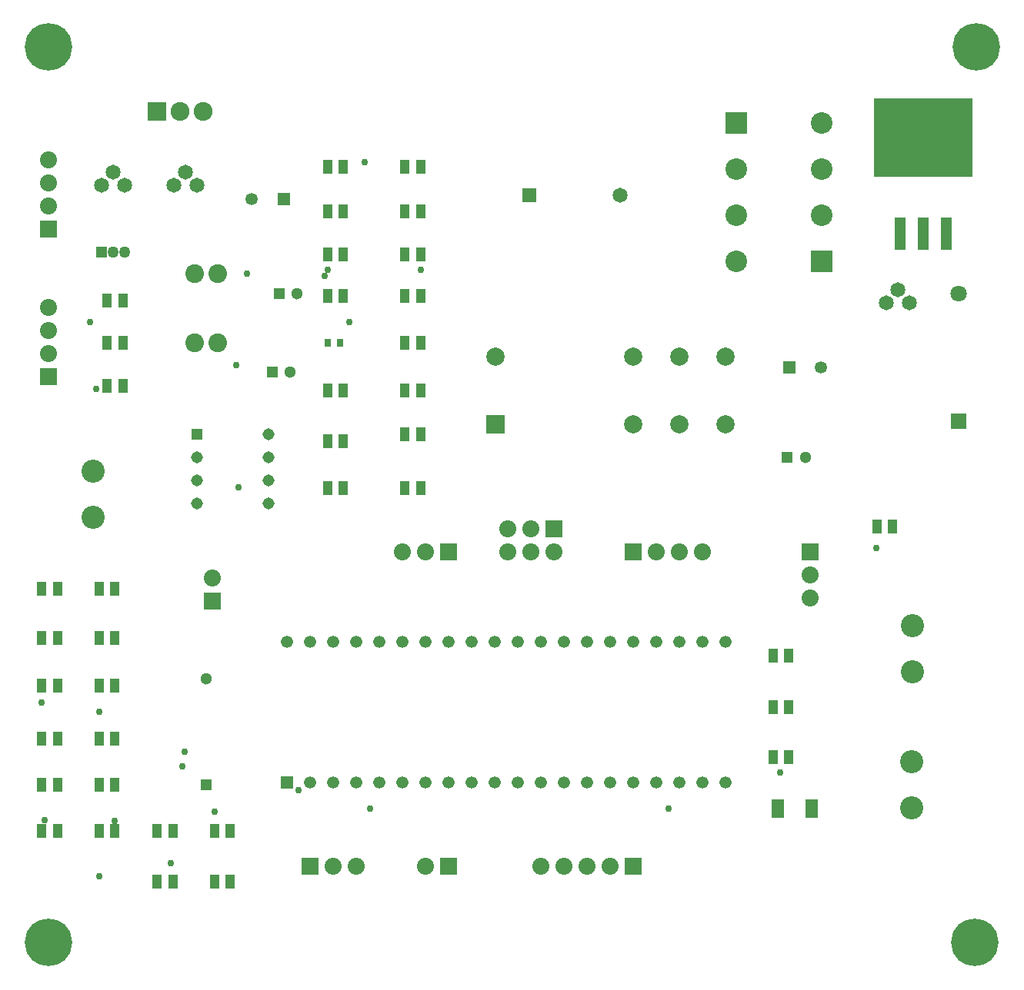
<source format=gbr>
G04*
G04 #@! TF.GenerationSoftware,Altium Limited,Altium Designer,22.4.2 (48)*
G04*
G04 Layer_Color=8388736*
%FSLAX25Y25*%
%MOIN*%
G70*
G04*
G04 #@! TF.SameCoordinates,C5E8B2FC-1F32-4D00-A684-16CD1971BE58*
G04*
G04*
G04 #@! TF.FilePolarity,Negative*
G04*
G01*
G75*
%ADD20R,0.04331X0.05945*%
%ADD21R,0.03150X0.03347*%
%ADD22R,0.42717X0.34449*%
%ADD23R,0.04528X0.13976*%
%ADD24R,0.05512X0.08465*%
%ADD25C,0.20591*%
%ADD26C,0.06496*%
%ADD27R,0.07874X0.07874*%
%ADD28C,0.07874*%
%ADD29R,0.06496X0.06496*%
%ADD30C,0.07382*%
%ADD31R,0.07382X0.07382*%
%ADD32C,0.05252*%
%ADD33R,0.05252X0.05252*%
%ADD34R,0.07382X0.07382*%
%ADD35R,0.05118X0.05118*%
%ADD36C,0.05118*%
%ADD37R,0.05118X0.05118*%
%ADD38R,0.05315X0.05315*%
%ADD39C,0.05315*%
%ADD40C,0.05150*%
%ADD41R,0.05150X0.05150*%
%ADD42C,0.09390*%
%ADD43R,0.09390X0.09390*%
%ADD44C,0.10039*%
%ADD45C,0.07087*%
%ADD46R,0.07087X0.07087*%
%ADD47C,0.08150*%
%ADD48R,0.08150X0.08150*%
%ADD49C,0.05000*%
%ADD50R,0.05000X0.05000*%
%ADD51C,0.08091*%
%ADD52C,0.02953*%
D20*
X160110Y140000D02*
D03*
X167000D02*
D03*
X185055Y162000D02*
D03*
X191945D02*
D03*
X234000Y394000D02*
D03*
X240890D02*
D03*
X267555Y412000D02*
D03*
X274445D02*
D03*
X240890D02*
D03*
X234000D02*
D03*
X145445Y392000D02*
D03*
X138555D02*
D03*
X267555Y310500D02*
D03*
X274445D02*
D03*
X240890D02*
D03*
X234000D02*
D03*
X274445Y334000D02*
D03*
X267555D02*
D03*
X240890Y331000D02*
D03*
X234000D02*
D03*
X274445Y353000D02*
D03*
X267555D02*
D03*
X240890D02*
D03*
X234000D02*
D03*
X274445Y373500D02*
D03*
X267555D02*
D03*
X274445Y394000D02*
D03*
X267555D02*
D03*
Y430500D02*
D03*
X274445D02*
D03*
X234000D02*
D03*
X240890D02*
D03*
X267555Y450000D02*
D03*
X274445D02*
D03*
X234000D02*
D03*
X240890D02*
D03*
X191945Y140000D02*
D03*
X185055D02*
D03*
X160110Y162000D02*
D03*
X167000D02*
D03*
X141945D02*
D03*
X135055D02*
D03*
X117000D02*
D03*
X110110D02*
D03*
X141945Y182000D02*
D03*
X135055D02*
D03*
X117000D02*
D03*
X110110D02*
D03*
X135055Y202000D02*
D03*
X141945D02*
D03*
X117000D02*
D03*
X110110D02*
D03*
X135055Y225000D02*
D03*
X141945D02*
D03*
X117000D02*
D03*
X110110D02*
D03*
X141945Y245500D02*
D03*
X135055D02*
D03*
X117000D02*
D03*
X110110D02*
D03*
X141945Y267000D02*
D03*
X135055D02*
D03*
X117000D02*
D03*
X110110D02*
D03*
X433945Y238000D02*
D03*
X427055D02*
D03*
X433945Y194000D02*
D03*
X427055D02*
D03*
X478890Y294000D02*
D03*
X472000D02*
D03*
X427055Y215500D02*
D03*
X433945D02*
D03*
X145445Y373500D02*
D03*
X138555D02*
D03*
Y355000D02*
D03*
X145445D02*
D03*
D21*
X239315Y373500D02*
D03*
X234000D02*
D03*
D22*
X492000Y462677D02*
D03*
D23*
X502000Y420945D02*
D03*
X492000D02*
D03*
X482000D02*
D03*
D24*
X443882Y171500D02*
D03*
X429118D02*
D03*
D25*
X113000Y502000D02*
D03*
X514500Y113500D02*
D03*
X113000D02*
D03*
X515000Y502000D02*
D03*
D26*
X167500Y442000D02*
D03*
X172500Y447500D02*
D03*
X177500Y442000D02*
D03*
X136000Y442063D02*
D03*
X141000Y447563D02*
D03*
X146000Y442063D02*
D03*
X476000Y391000D02*
D03*
X481000Y396500D02*
D03*
X486000Y391000D02*
D03*
X360870Y437500D02*
D03*
D27*
X306665Y338236D02*
D03*
D28*
Y367764D02*
D03*
X386587Y338236D02*
D03*
X366587D02*
D03*
X406587D02*
D03*
Y367764D02*
D03*
X386587D02*
D03*
X366587D02*
D03*
D29*
X321500Y437500D02*
D03*
D30*
X396500Y283000D02*
D03*
X386500D02*
D03*
X376500D02*
D03*
X326500Y146500D02*
D03*
X336500D02*
D03*
X346500D02*
D03*
X356500D02*
D03*
X443000Y263000D02*
D03*
Y273000D02*
D03*
X266500Y283000D02*
D03*
X276500D02*
D03*
X332000D02*
D03*
X322000Y293000D02*
D03*
Y283000D02*
D03*
X312000Y293000D02*
D03*
Y283000D02*
D03*
X246500Y146500D02*
D03*
X236500D02*
D03*
X276500D02*
D03*
X113000Y389000D02*
D03*
Y379000D02*
D03*
Y369000D02*
D03*
Y453000D02*
D03*
Y443000D02*
D03*
Y433000D02*
D03*
X184000Y271500D02*
D03*
D31*
X366500Y283000D02*
D03*
Y146500D02*
D03*
X286500Y283000D02*
D03*
X332000Y293000D02*
D03*
X226500Y146500D02*
D03*
X286500D02*
D03*
D32*
X216500Y243874D02*
D03*
X226500D02*
D03*
X236500D02*
D03*
X246500D02*
D03*
X256500D02*
D03*
X266500D02*
D03*
X276500D02*
D03*
X286500D02*
D03*
X296500D02*
D03*
X306500D02*
D03*
X316500D02*
D03*
X326500D02*
D03*
X336500D02*
D03*
X346500D02*
D03*
X356500D02*
D03*
X366500D02*
D03*
X376500D02*
D03*
X386500D02*
D03*
X396500D02*
D03*
X406500D02*
D03*
Y183126D02*
D03*
X396500D02*
D03*
X386500D02*
D03*
X376500D02*
D03*
X366500D02*
D03*
X356500D02*
D03*
X346500D02*
D03*
X336500D02*
D03*
X326500D02*
D03*
X316500D02*
D03*
X306500D02*
D03*
X296500D02*
D03*
X286500D02*
D03*
X276500D02*
D03*
X266500D02*
D03*
X256500D02*
D03*
X246500D02*
D03*
X236500D02*
D03*
X226500D02*
D03*
D33*
X216500D02*
D03*
D34*
X443000Y283000D02*
D03*
X113000Y359000D02*
D03*
Y423000D02*
D03*
X184000Y261500D02*
D03*
D35*
X181500Y182000D02*
D03*
D36*
Y228063D02*
D03*
X220874Y395000D02*
D03*
X217874Y361000D02*
D03*
X441000Y324000D02*
D03*
D37*
X213000Y395000D02*
D03*
X210000Y361000D02*
D03*
X433126Y324000D02*
D03*
D38*
X215000Y436000D02*
D03*
X434000Y363000D02*
D03*
D39*
X201220Y436000D02*
D03*
X447780Y363000D02*
D03*
D40*
X208374Y334000D02*
D03*
Y324000D02*
D03*
Y314000D02*
D03*
Y304000D02*
D03*
X177626D02*
D03*
Y314000D02*
D03*
Y324000D02*
D03*
D41*
Y334000D02*
D03*
D42*
X448000Y469000D02*
D03*
Y449000D02*
D03*
Y429000D02*
D03*
X411000Y409000D02*
D03*
Y429000D02*
D03*
Y449000D02*
D03*
D43*
X448000Y409000D02*
D03*
X411000Y469000D02*
D03*
D44*
X487500Y231000D02*
D03*
Y251000D02*
D03*
X487000Y172000D02*
D03*
Y192000D02*
D03*
X132500Y318000D02*
D03*
Y298000D02*
D03*
D45*
X507500Y395000D02*
D03*
D46*
Y339488D02*
D03*
D47*
X180000Y474000D02*
D03*
X170000D02*
D03*
D48*
X160000D02*
D03*
D49*
X146000Y413000D02*
D03*
X141000D02*
D03*
D50*
X136000D02*
D03*
D51*
X176500Y373500D02*
D03*
X186500D02*
D03*
Y403500D02*
D03*
X176500D02*
D03*
D52*
X199000D02*
D03*
X194399Y364075D02*
D03*
X166200Y148000D02*
D03*
X131200Y382700D02*
D03*
X243600D02*
D03*
X250000Y452010D02*
D03*
X133800Y353700D02*
D03*
X232700Y402500D02*
D03*
X234000Y405300D02*
D03*
X274445D02*
D03*
X185055Y170245D02*
D03*
X111410Y166500D02*
D03*
X221500Y179500D02*
D03*
X110110Y217600D02*
D03*
X430100Y187400D02*
D03*
X135055Y142300D02*
D03*
X171300Y190000D02*
D03*
X141945Y166245D02*
D03*
X172100Y196400D02*
D03*
X195500Y311126D02*
D03*
X252400Y171800D02*
D03*
X471900Y284800D02*
D03*
X381800Y171800D02*
D03*
X135055Y213700D02*
D03*
M02*

</source>
